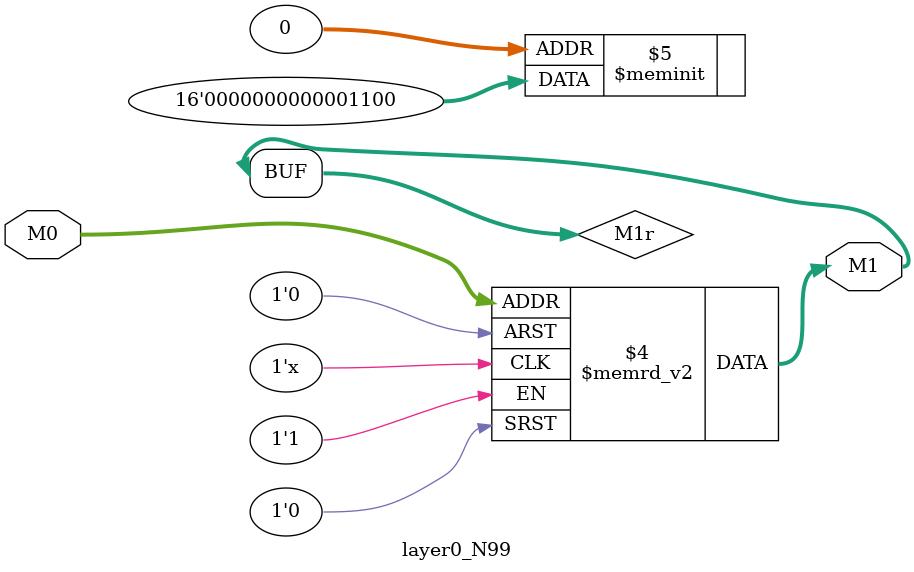
<source format=v>
module layer0_N99 ( input [2:0] M0, output [1:0] M1 );

	(*rom_style = "distributed" *) reg [1:0] M1r;
	assign M1 = M1r;
	always @ (M0) begin
		case (M0)
			3'b000: M1r = 2'b00;
			3'b100: M1r = 2'b00;
			3'b010: M1r = 2'b00;
			3'b110: M1r = 2'b00;
			3'b001: M1r = 2'b11;
			3'b101: M1r = 2'b00;
			3'b011: M1r = 2'b00;
			3'b111: M1r = 2'b00;

		endcase
	end
endmodule

</source>
